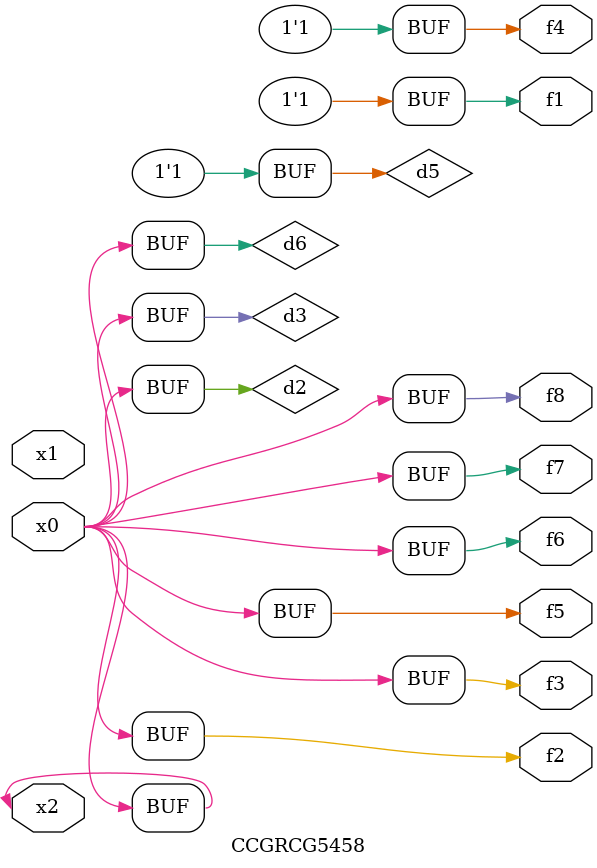
<source format=v>
module CCGRCG5458(
	input x0, x1, x2,
	output f1, f2, f3, f4, f5, f6, f7, f8
);

	wire d1, d2, d3, d4, d5, d6;

	xnor (d1, x2);
	buf (d2, x0, x2);
	and (d3, x0);
	xnor (d4, x1, x2);
	nand (d5, d1, d3);
	buf (d6, d2, d3);
	assign f1 = d5;
	assign f2 = d6;
	assign f3 = d6;
	assign f4 = d5;
	assign f5 = d6;
	assign f6 = d6;
	assign f7 = d6;
	assign f8 = d6;
endmodule

</source>
